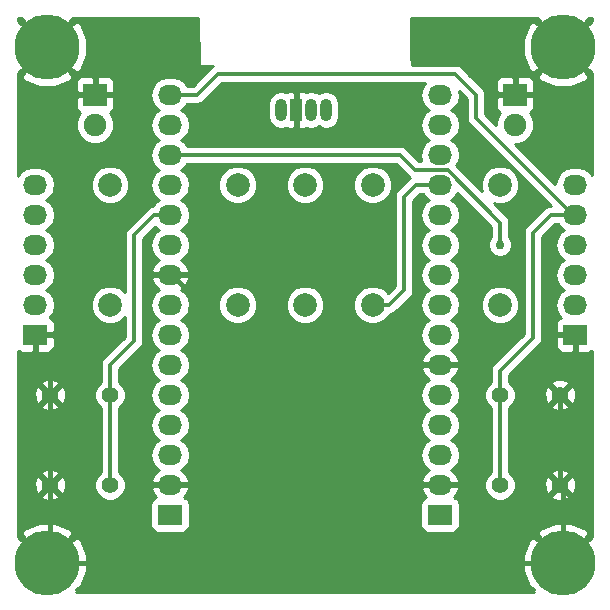
<source format=gbl>
%TF.GenerationSoftware,KiCad,Pcbnew,4.0.1-stable*%
%TF.CreationDate,2016-04-19T20:33:43+01:00*%
%TF.ProjectId,basic,62617369632E6B696361645F70636200,rev?*%
%TF.FileFunction,Copper,L2,Bot,Signal*%
%FSLAX46Y46*%
G04 Gerber Fmt 4.6, Leading zero omitted, Abs format (unit mm)*
G04 Created by KiCad (PCBNEW 4.0.1-stable) date 19/04/2016 20:33:43*
%MOMM*%
G01*
G04 APERTURE LIST*
%ADD10C,0.100000*%
%ADD11C,1.998980*%
%ADD12R,2.000000X1.900000*%
%ADD13C,1.900000*%
%ADD14C,5.500000*%
%ADD15C,1.397000*%
%ADD16R,2.032000X1.727200*%
%ADD17O,2.032000X1.727200*%
%ADD18O,1.000000X1.905000*%
%ADD19R,1.000000X1.905000*%
%ADD20C,0.750000*%
%ADD21C,0.406000*%
%ADD22C,0.305000*%
%ADD23C,0.254000*%
G04 APERTURE END LIST*
D10*
D11*
X151047000Y-86650000D03*
X151047000Y-96810000D03*
D12*
X127552000Y-79030000D03*
D13*
X127552000Y-81570000D03*
D12*
X163112000Y-79030000D03*
D13*
X163112000Y-81570000D03*
D14*
X123483000Y-74981000D03*
X123483000Y-118669000D03*
X167171000Y-74981000D03*
X167171000Y-118669000D03*
D15*
X166922000Y-112050000D03*
X161842000Y-112050000D03*
X166922000Y-104430000D03*
X161842000Y-104430000D03*
X123742000Y-104430000D03*
X128822000Y-104430000D03*
X123742000Y-112050000D03*
X128822000Y-112050000D03*
D16*
X156762000Y-114590000D03*
D17*
X156762000Y-112050000D03*
X156762000Y-109510000D03*
X156762000Y-106970000D03*
X156762000Y-104430000D03*
X156762000Y-101890000D03*
X156762000Y-99350000D03*
X156762000Y-96810000D03*
X156762000Y-94270000D03*
X156762000Y-91730000D03*
X156762000Y-89190000D03*
X156762000Y-86650000D03*
X156762000Y-84110000D03*
X156762000Y-81570000D03*
X156762000Y-79030000D03*
D16*
X133902000Y-114590000D03*
D17*
X133902000Y-112050000D03*
X133902000Y-109510000D03*
X133902000Y-106970000D03*
X133902000Y-104430000D03*
X133902000Y-101890000D03*
X133902000Y-99350000D03*
X133902000Y-96810000D03*
X133902000Y-94270000D03*
X133902000Y-91730000D03*
X133902000Y-89190000D03*
X133902000Y-86650000D03*
X133902000Y-84110000D03*
X133902000Y-81570000D03*
X133902000Y-79030000D03*
D16*
X168192000Y-99350000D03*
D17*
X168192000Y-96810000D03*
X168192000Y-94270000D03*
X168192000Y-91730000D03*
X168192000Y-89190000D03*
X168192000Y-86650000D03*
D16*
X122472000Y-99350000D03*
D17*
X122472000Y-96810000D03*
X122472000Y-94270000D03*
X122472000Y-91730000D03*
X122472000Y-89190000D03*
X122472000Y-86650000D03*
D11*
X128822000Y-86650000D03*
X128822000Y-96810000D03*
X161842000Y-86650000D03*
X161842000Y-96810000D03*
X145332000Y-86650000D03*
X145332000Y-96810000D03*
X139617000Y-86650000D03*
X139617000Y-96810000D03*
D18*
X143300000Y-80300000D03*
D19*
X144570000Y-80300000D03*
D18*
X145840000Y-80300000D03*
X147110000Y-80300000D03*
D20*
X161842000Y-91730000D03*
D21*
X166922000Y-104430000D02*
X168192000Y-103160000D01*
X168192000Y-103160000D02*
X168192000Y-99350000D01*
X166922000Y-112050000D02*
X166922000Y-104430000D01*
X167171000Y-118669000D02*
X167171000Y-112299000D01*
X167171000Y-112299000D02*
X166922000Y-112050000D01*
X156762000Y-112050000D02*
X158794000Y-112050000D01*
X158794000Y-112050000D02*
X161588000Y-114844000D01*
X161588000Y-114844000D02*
X161588000Y-117638000D01*
X161588000Y-117638000D02*
X162619000Y-118669000D01*
X162619000Y-118669000D02*
X167171000Y-118669000D01*
X123742000Y-103160000D02*
X122472000Y-101890000D01*
X122472000Y-101890000D02*
X122472000Y-99350000D01*
X123742000Y-104430000D02*
X123742000Y-103160000D01*
X123742000Y-112050000D02*
X123742000Y-104430000D01*
X123742000Y-112050000D02*
X123742000Y-118410000D01*
X123742000Y-118410000D02*
X123483000Y-118669000D01*
X132480000Y-112050000D02*
X128610999Y-115919001D01*
X128610999Y-115919001D02*
X126232999Y-115919001D01*
X126232999Y-115919001D02*
X123483000Y-118669000D01*
X133902000Y-112050000D02*
X132480000Y-112050000D01*
X123483000Y-118669000D02*
X135157000Y-118669000D01*
X135157000Y-118669000D02*
X138982000Y-114844000D01*
X138982000Y-114844000D02*
X138982000Y-101910000D01*
X138982000Y-101910000D02*
X138977000Y-101905000D01*
X122472000Y-117658000D02*
X123483000Y-118669000D01*
X151677000Y-101905000D02*
X156747000Y-101905000D01*
X156747000Y-101905000D02*
X156762000Y-101890000D01*
X133902000Y-94270000D02*
X134054400Y-94270000D01*
X134054400Y-94270000D02*
X138977000Y-99192600D01*
X138977000Y-99192600D02*
X138977000Y-100491508D01*
X138977000Y-100491508D02*
X138977000Y-101905000D01*
X138977000Y-101905000D02*
X140390492Y-101905000D01*
X140390492Y-101905000D02*
X151677000Y-101905000D01*
X133902000Y-112050000D02*
X133749600Y-112050000D01*
D22*
X151047000Y-96810000D02*
X152460492Y-96810000D01*
X152460492Y-96810000D02*
X153714000Y-95556492D01*
X153714000Y-95556492D02*
X153714000Y-87666000D01*
X154730000Y-86650000D02*
X156762000Y-86650000D01*
X153714000Y-87666000D02*
X154730000Y-86650000D01*
X168039600Y-86650000D02*
X168192000Y-86650000D01*
X130854000Y-90917000D02*
X130854000Y-99858000D01*
X130854000Y-99858000D02*
X128822000Y-101890000D01*
X133902000Y-89190000D02*
X132581000Y-89190000D01*
X132581000Y-89190000D02*
X130854000Y-90917000D01*
X128817000Y-104445000D02*
X128817000Y-112065000D01*
X128817000Y-101905000D02*
X128817000Y-104445000D01*
X133902000Y-84110000D02*
X153333000Y-84110000D01*
X153333000Y-84110000D02*
X154656890Y-85433890D01*
X154656890Y-85433890D02*
X157418129Y-85433890D01*
X157418129Y-85433890D02*
X161842000Y-89857761D01*
X161842000Y-89857761D02*
X161842000Y-91730000D01*
X133902000Y-81570000D02*
X134054400Y-81570000D01*
X133902000Y-79030000D02*
X136188000Y-79030000D01*
X158032000Y-77252000D02*
X159810000Y-79030000D01*
X136188000Y-79030000D02*
X137966000Y-77252000D01*
X137966000Y-77252000D02*
X158032000Y-77252000D01*
X159810000Y-79030000D02*
X159810000Y-80960400D01*
X159810000Y-80960400D02*
X168039600Y-89190000D01*
X168039600Y-89190000D02*
X168192000Y-89190000D01*
X161842000Y-104430000D02*
X161842000Y-102398000D01*
X161842000Y-102398000D02*
X164636000Y-99604000D01*
X164636000Y-90714000D02*
X166160000Y-89190000D01*
X164636000Y-99604000D02*
X164636000Y-90714000D01*
X166160000Y-89190000D02*
X168192000Y-89190000D01*
X161837000Y-104445000D02*
X161837000Y-112065000D01*
D23*
G36*
X121246339Y-72564734D02*
X123483000Y-74801395D01*
X125719661Y-72564734D01*
X125690626Y-72523000D01*
X136260646Y-72523000D01*
X136315012Y-76491740D01*
X136323685Y-76536159D01*
X136350965Y-76578553D01*
X136392590Y-76606994D01*
X136442000Y-76617000D01*
X137526118Y-76617000D01*
X137409153Y-76695153D01*
X137409151Y-76695156D01*
X135861806Y-78242500D01*
X135328273Y-78242500D01*
X135146415Y-77970330D01*
X134660234Y-77645474D01*
X134086745Y-77531400D01*
X133717255Y-77531400D01*
X133143766Y-77645474D01*
X132657585Y-77970330D01*
X132332729Y-78456511D01*
X132218655Y-79030000D01*
X132332729Y-79603489D01*
X132657585Y-80089670D01*
X132972366Y-80300000D01*
X132657585Y-80510330D01*
X132332729Y-80996511D01*
X132218655Y-81570000D01*
X132332729Y-82143489D01*
X132657585Y-82629670D01*
X132972366Y-82840000D01*
X132657585Y-83050330D01*
X132332729Y-83536511D01*
X132218655Y-84110000D01*
X132332729Y-84683489D01*
X132657585Y-85169670D01*
X132972366Y-85380000D01*
X132657585Y-85590330D01*
X132332729Y-86076511D01*
X132218655Y-86650000D01*
X132332729Y-87223489D01*
X132657585Y-87709670D01*
X132972366Y-87920000D01*
X132657585Y-88130330D01*
X132459591Y-88426649D01*
X132324601Y-88453501D01*
X132279637Y-88462445D01*
X132024153Y-88633153D01*
X132024151Y-88633156D01*
X130297153Y-90360153D01*
X130126445Y-90615637D01*
X130066499Y-90917000D01*
X130066500Y-90917005D01*
X130066500Y-95743135D01*
X129749073Y-95425154D01*
X129148547Y-95175794D01*
X128498306Y-95175226D01*
X127897345Y-95423538D01*
X127437154Y-95882927D01*
X127187794Y-96483453D01*
X127187226Y-97133694D01*
X127435538Y-97734655D01*
X127894927Y-98194846D01*
X128495453Y-98444206D01*
X129145694Y-98444774D01*
X129746655Y-98196462D01*
X130066500Y-97877174D01*
X130066500Y-99531806D01*
X128265153Y-101333153D01*
X128094445Y-101588637D01*
X128092316Y-101599340D01*
X128089445Y-101603637D01*
X128029500Y-101905000D01*
X128029500Y-103336908D01*
X127692173Y-103673647D01*
X127488732Y-104163587D01*
X127488269Y-104694086D01*
X127690854Y-105184380D01*
X128029500Y-105523617D01*
X128029500Y-110956908D01*
X127692173Y-111293647D01*
X127488732Y-111783587D01*
X127488269Y-112314086D01*
X127690854Y-112804380D01*
X128065647Y-113179827D01*
X128555587Y-113383268D01*
X129086086Y-113383731D01*
X129576380Y-113181146D01*
X129951827Y-112806353D01*
X130155268Y-112316413D01*
X130155731Y-111785914D01*
X129953146Y-111295620D01*
X129604500Y-110946366D01*
X129604500Y-105533075D01*
X129951827Y-105186353D01*
X130155268Y-104696413D01*
X130155731Y-104165914D01*
X129953146Y-103675620D01*
X129604500Y-103326366D01*
X129604500Y-102221194D01*
X131410847Y-100414847D01*
X131581555Y-100159363D01*
X131641501Y-99858000D01*
X131641500Y-99857995D01*
X131641500Y-96810000D01*
X132218655Y-96810000D01*
X132332729Y-97383489D01*
X132657585Y-97869670D01*
X132972366Y-98080000D01*
X132657585Y-98290330D01*
X132332729Y-98776511D01*
X132218655Y-99350000D01*
X132332729Y-99923489D01*
X132657585Y-100409670D01*
X132972366Y-100620000D01*
X132657585Y-100830330D01*
X132332729Y-101316511D01*
X132218655Y-101890000D01*
X132332729Y-102463489D01*
X132657585Y-102949670D01*
X132972366Y-103160000D01*
X132657585Y-103370330D01*
X132332729Y-103856511D01*
X132218655Y-104430000D01*
X132332729Y-105003489D01*
X132657585Y-105489670D01*
X132972366Y-105700000D01*
X132657585Y-105910330D01*
X132332729Y-106396511D01*
X132218655Y-106970000D01*
X132332729Y-107543489D01*
X132657585Y-108029670D01*
X132972366Y-108240000D01*
X132657585Y-108450330D01*
X132332729Y-108936511D01*
X132218655Y-109510000D01*
X132332729Y-110083489D01*
X132657585Y-110569670D01*
X132967069Y-110776461D01*
X132551268Y-111147964D01*
X132297291Y-111675209D01*
X132294642Y-111690974D01*
X132415783Y-111923000D01*
X133775000Y-111923000D01*
X133775000Y-111903000D01*
X134029000Y-111903000D01*
X134029000Y-111923000D01*
X135388217Y-111923000D01*
X135509358Y-111690974D01*
X135506709Y-111675209D01*
X135252732Y-111147964D01*
X134836931Y-110776461D01*
X135146415Y-110569670D01*
X135471271Y-110083489D01*
X135585345Y-109510000D01*
X135471271Y-108936511D01*
X135146415Y-108450330D01*
X134831634Y-108240000D01*
X135146415Y-108029670D01*
X135471271Y-107543489D01*
X135585345Y-106970000D01*
X135471271Y-106396511D01*
X135146415Y-105910330D01*
X134831634Y-105700000D01*
X135146415Y-105489670D01*
X135471271Y-105003489D01*
X135585345Y-104430000D01*
X155078655Y-104430000D01*
X155192729Y-105003489D01*
X155517585Y-105489670D01*
X155832366Y-105700000D01*
X155517585Y-105910330D01*
X155192729Y-106396511D01*
X155078655Y-106970000D01*
X155192729Y-107543489D01*
X155517585Y-108029670D01*
X155832366Y-108240000D01*
X155517585Y-108450330D01*
X155192729Y-108936511D01*
X155078655Y-109510000D01*
X155192729Y-110083489D01*
X155517585Y-110569670D01*
X155827069Y-110776461D01*
X155411268Y-111147964D01*
X155157291Y-111675209D01*
X155154642Y-111690974D01*
X155275783Y-111923000D01*
X156635000Y-111923000D01*
X156635000Y-111903000D01*
X156889000Y-111903000D01*
X156889000Y-111923000D01*
X158248217Y-111923000D01*
X158369358Y-111690974D01*
X158366709Y-111675209D01*
X158112732Y-111147964D01*
X157696931Y-110776461D01*
X158006415Y-110569670D01*
X158331271Y-110083489D01*
X158445345Y-109510000D01*
X158331271Y-108936511D01*
X158006415Y-108450330D01*
X157691634Y-108240000D01*
X158006415Y-108029670D01*
X158331271Y-107543489D01*
X158445345Y-106970000D01*
X158331271Y-106396511D01*
X158006415Y-105910330D01*
X157691634Y-105700000D01*
X158006415Y-105489670D01*
X158331271Y-105003489D01*
X158445345Y-104430000D01*
X158331271Y-103856511D01*
X158006415Y-103370330D01*
X157696931Y-103163539D01*
X158112732Y-102792036D01*
X158366709Y-102264791D01*
X158369358Y-102249026D01*
X158248217Y-102017000D01*
X156889000Y-102017000D01*
X156889000Y-102037000D01*
X156635000Y-102037000D01*
X156635000Y-102017000D01*
X155275783Y-102017000D01*
X155154642Y-102249026D01*
X155157291Y-102264791D01*
X155411268Y-102792036D01*
X155827069Y-103163539D01*
X155517585Y-103370330D01*
X155192729Y-103856511D01*
X155078655Y-104430000D01*
X135585345Y-104430000D01*
X135471271Y-103856511D01*
X135146415Y-103370330D01*
X134831634Y-103160000D01*
X135146415Y-102949670D01*
X135471271Y-102463489D01*
X135585345Y-101890000D01*
X135471271Y-101316511D01*
X135146415Y-100830330D01*
X134831634Y-100620000D01*
X135146415Y-100409670D01*
X135471271Y-99923489D01*
X135585345Y-99350000D01*
X135471271Y-98776511D01*
X135146415Y-98290330D01*
X134831634Y-98080000D01*
X135146415Y-97869670D01*
X135471271Y-97383489D01*
X135520958Y-97133694D01*
X137982226Y-97133694D01*
X138230538Y-97734655D01*
X138689927Y-98194846D01*
X139290453Y-98444206D01*
X139940694Y-98444774D01*
X140541655Y-98196462D01*
X141001846Y-97737073D01*
X141251206Y-97136547D01*
X141251208Y-97133694D01*
X143697226Y-97133694D01*
X143945538Y-97734655D01*
X144404927Y-98194846D01*
X145005453Y-98444206D01*
X145655694Y-98444774D01*
X146256655Y-98196462D01*
X146716846Y-97737073D01*
X146966206Y-97136547D01*
X146966774Y-96486306D01*
X146718462Y-95885345D01*
X146259073Y-95425154D01*
X145658547Y-95175794D01*
X145008306Y-95175226D01*
X144407345Y-95423538D01*
X143947154Y-95882927D01*
X143697794Y-96483453D01*
X143697226Y-97133694D01*
X141251208Y-97133694D01*
X141251774Y-96486306D01*
X141003462Y-95885345D01*
X140544073Y-95425154D01*
X139943547Y-95175794D01*
X139293306Y-95175226D01*
X138692345Y-95423538D01*
X138232154Y-95882927D01*
X137982794Y-96483453D01*
X137982226Y-97133694D01*
X135520958Y-97133694D01*
X135585345Y-96810000D01*
X135471271Y-96236511D01*
X135146415Y-95750330D01*
X134836931Y-95543539D01*
X135252732Y-95172036D01*
X135506709Y-94644791D01*
X135509358Y-94629026D01*
X135388217Y-94397000D01*
X134029000Y-94397000D01*
X134029000Y-94417000D01*
X133775000Y-94417000D01*
X133775000Y-94397000D01*
X132415783Y-94397000D01*
X132294642Y-94629026D01*
X132297291Y-94644791D01*
X132551268Y-95172036D01*
X132967069Y-95543539D01*
X132657585Y-95750330D01*
X132332729Y-96236511D01*
X132218655Y-96810000D01*
X131641500Y-96810000D01*
X131641500Y-91243194D01*
X132648548Y-90236145D01*
X132657585Y-90249670D01*
X132972366Y-90460000D01*
X132657585Y-90670330D01*
X132332729Y-91156511D01*
X132218655Y-91730000D01*
X132332729Y-92303489D01*
X132657585Y-92789670D01*
X132967069Y-92996461D01*
X132551268Y-93367964D01*
X132297291Y-93895209D01*
X132294642Y-93910974D01*
X132415783Y-94143000D01*
X133775000Y-94143000D01*
X133775000Y-94123000D01*
X134029000Y-94123000D01*
X134029000Y-94143000D01*
X135388217Y-94143000D01*
X135509358Y-93910974D01*
X135506709Y-93895209D01*
X135252732Y-93367964D01*
X134836931Y-92996461D01*
X135146415Y-92789670D01*
X135471271Y-92303489D01*
X135585345Y-91730000D01*
X135471271Y-91156511D01*
X135146415Y-90670330D01*
X134831634Y-90460000D01*
X135146415Y-90249670D01*
X135471271Y-89763489D01*
X135585345Y-89190000D01*
X135471271Y-88616511D01*
X135146415Y-88130330D01*
X134831634Y-87920000D01*
X135146415Y-87709670D01*
X135471271Y-87223489D01*
X135520958Y-86973694D01*
X137982226Y-86973694D01*
X138230538Y-87574655D01*
X138689927Y-88034846D01*
X139290453Y-88284206D01*
X139940694Y-88284774D01*
X140541655Y-88036462D01*
X141001846Y-87577073D01*
X141251206Y-86976547D01*
X141251208Y-86973694D01*
X143697226Y-86973694D01*
X143945538Y-87574655D01*
X144404927Y-88034846D01*
X145005453Y-88284206D01*
X145655694Y-88284774D01*
X146256655Y-88036462D01*
X146716846Y-87577073D01*
X146966206Y-86976547D01*
X146966208Y-86973694D01*
X149412226Y-86973694D01*
X149660538Y-87574655D01*
X150119927Y-88034846D01*
X150720453Y-88284206D01*
X151370694Y-88284774D01*
X151971655Y-88036462D01*
X152431846Y-87577073D01*
X152681206Y-86976547D01*
X152681774Y-86326306D01*
X152433462Y-85725345D01*
X151974073Y-85265154D01*
X151373547Y-85015794D01*
X150723306Y-85015226D01*
X150122345Y-85263538D01*
X149662154Y-85722927D01*
X149412794Y-86323453D01*
X149412226Y-86973694D01*
X146966208Y-86973694D01*
X146966774Y-86326306D01*
X146718462Y-85725345D01*
X146259073Y-85265154D01*
X145658547Y-85015794D01*
X145008306Y-85015226D01*
X144407345Y-85263538D01*
X143947154Y-85722927D01*
X143697794Y-86323453D01*
X143697226Y-86973694D01*
X141251208Y-86973694D01*
X141251774Y-86326306D01*
X141003462Y-85725345D01*
X140544073Y-85265154D01*
X139943547Y-85015794D01*
X139293306Y-85015226D01*
X138692345Y-85263538D01*
X138232154Y-85722927D01*
X137982794Y-86323453D01*
X137982226Y-86973694D01*
X135520958Y-86973694D01*
X135585345Y-86650000D01*
X135471271Y-86076511D01*
X135146415Y-85590330D01*
X134831634Y-85380000D01*
X135146415Y-85169670D01*
X135328273Y-84897500D01*
X153006806Y-84897500D01*
X154100041Y-85990734D01*
X154100043Y-85990737D01*
X154213237Y-86066370D01*
X154173153Y-86093153D01*
X153157153Y-87109153D01*
X152986445Y-87364637D01*
X152926499Y-87666000D01*
X152926500Y-87666005D01*
X152926500Y-95230298D01*
X152352528Y-95804270D01*
X151974073Y-95425154D01*
X151373547Y-95175794D01*
X150723306Y-95175226D01*
X150122345Y-95423538D01*
X149662154Y-95882927D01*
X149412794Y-96483453D01*
X149412226Y-97133694D01*
X149660538Y-97734655D01*
X150119927Y-98194846D01*
X150720453Y-98444206D01*
X151370694Y-98444774D01*
X151971655Y-98196462D01*
X152431846Y-97737073D01*
X152492440Y-97591146D01*
X152761855Y-97537555D01*
X153017339Y-97366847D01*
X154270847Y-96113339D01*
X154441555Y-95857855D01*
X154501501Y-95556492D01*
X154501500Y-95556487D01*
X154501500Y-87992194D01*
X155056194Y-87437500D01*
X155335727Y-87437500D01*
X155517585Y-87709670D01*
X155832366Y-87920000D01*
X155517585Y-88130330D01*
X155192729Y-88616511D01*
X155078655Y-89190000D01*
X155192729Y-89763489D01*
X155517585Y-90249670D01*
X155832366Y-90460000D01*
X155517585Y-90670330D01*
X155192729Y-91156511D01*
X155078655Y-91730000D01*
X155192729Y-92303489D01*
X155517585Y-92789670D01*
X155832366Y-93000000D01*
X155517585Y-93210330D01*
X155192729Y-93696511D01*
X155078655Y-94270000D01*
X155192729Y-94843489D01*
X155517585Y-95329670D01*
X155832366Y-95540000D01*
X155517585Y-95750330D01*
X155192729Y-96236511D01*
X155078655Y-96810000D01*
X155192729Y-97383489D01*
X155517585Y-97869670D01*
X155832366Y-98080000D01*
X155517585Y-98290330D01*
X155192729Y-98776511D01*
X155078655Y-99350000D01*
X155192729Y-99923489D01*
X155517585Y-100409670D01*
X155827069Y-100616461D01*
X155411268Y-100987964D01*
X155157291Y-101515209D01*
X155154642Y-101530974D01*
X155275783Y-101763000D01*
X156635000Y-101763000D01*
X156635000Y-101743000D01*
X156889000Y-101743000D01*
X156889000Y-101763000D01*
X158248217Y-101763000D01*
X158369358Y-101530974D01*
X158366709Y-101515209D01*
X158112732Y-100987964D01*
X157696931Y-100616461D01*
X158006415Y-100409670D01*
X158331271Y-99923489D01*
X158445345Y-99350000D01*
X158331271Y-98776511D01*
X158006415Y-98290330D01*
X157691634Y-98080000D01*
X158006415Y-97869670D01*
X158331271Y-97383489D01*
X158380958Y-97133694D01*
X160207226Y-97133694D01*
X160455538Y-97734655D01*
X160914927Y-98194846D01*
X161515453Y-98444206D01*
X162165694Y-98444774D01*
X162766655Y-98196462D01*
X163226846Y-97737073D01*
X163476206Y-97136547D01*
X163476774Y-96486306D01*
X163228462Y-95885345D01*
X162769073Y-95425154D01*
X162168547Y-95175794D01*
X161518306Y-95175226D01*
X160917345Y-95423538D01*
X160457154Y-95882927D01*
X160207794Y-96483453D01*
X160207226Y-97133694D01*
X158380958Y-97133694D01*
X158445345Y-96810000D01*
X158331271Y-96236511D01*
X158006415Y-95750330D01*
X157691634Y-95540000D01*
X158006415Y-95329670D01*
X158331271Y-94843489D01*
X158445345Y-94270000D01*
X158331271Y-93696511D01*
X158006415Y-93210330D01*
X157691634Y-93000000D01*
X158006415Y-92789670D01*
X158331271Y-92303489D01*
X158445345Y-91730000D01*
X158331271Y-91156511D01*
X158006415Y-90670330D01*
X157691634Y-90460000D01*
X158006415Y-90249670D01*
X158331271Y-89763489D01*
X158445345Y-89190000D01*
X158331271Y-88616511D01*
X158006415Y-88130330D01*
X157691634Y-87920000D01*
X158006415Y-87709670D01*
X158236247Y-87365702D01*
X161054500Y-90183954D01*
X161054500Y-91089016D01*
X160986263Y-91157134D01*
X160832176Y-91528217D01*
X160831825Y-91930020D01*
X160985264Y-92301372D01*
X161269134Y-92585737D01*
X161640217Y-92739824D01*
X162042020Y-92740175D01*
X162413372Y-92586736D01*
X162697737Y-92302866D01*
X162851824Y-91931783D01*
X162852175Y-91529980D01*
X162698736Y-91158628D01*
X162629500Y-91089271D01*
X162629500Y-89857761D01*
X162569555Y-89556398D01*
X162569555Y-89556397D01*
X162501179Y-89454065D01*
X162398847Y-89300914D01*
X162398844Y-89300912D01*
X161287473Y-88189540D01*
X161515453Y-88284206D01*
X162165694Y-88284774D01*
X162766655Y-88036462D01*
X163226846Y-87577073D01*
X163476206Y-86976547D01*
X163476774Y-86326306D01*
X163228462Y-85725345D01*
X162769073Y-85265154D01*
X162168547Y-85015794D01*
X161518306Y-85015226D01*
X160917345Y-85263538D01*
X160457154Y-85722927D01*
X160207794Y-86323453D01*
X160207226Y-86973694D01*
X160302706Y-87204774D01*
X158111032Y-85013099D01*
X158331271Y-84683489D01*
X158445345Y-84110000D01*
X158331271Y-83536511D01*
X158006415Y-83050330D01*
X157691634Y-82840000D01*
X158006415Y-82629670D01*
X158331271Y-82143489D01*
X158445345Y-81570000D01*
X158331271Y-80996511D01*
X158006415Y-80510330D01*
X157691634Y-80300000D01*
X158006415Y-80089670D01*
X158331271Y-79603489D01*
X158445345Y-79030000D01*
X158383031Y-78716724D01*
X159022500Y-79356193D01*
X159022500Y-80960395D01*
X159022499Y-80960400D01*
X159082445Y-81261763D01*
X159253153Y-81517247D01*
X166141989Y-88406083D01*
X165858636Y-88462445D01*
X165756304Y-88530821D01*
X165603153Y-88633153D01*
X165603151Y-88633156D01*
X164079153Y-90157153D01*
X163908445Y-90412637D01*
X163848499Y-90714000D01*
X163848500Y-90714005D01*
X163848500Y-99277807D01*
X161285153Y-101841153D01*
X161114445Y-102096637D01*
X161054499Y-102398000D01*
X161054500Y-102398005D01*
X161054500Y-103331916D01*
X160712173Y-103673647D01*
X160508732Y-104163587D01*
X160508269Y-104694086D01*
X160710854Y-105184380D01*
X161049500Y-105523617D01*
X161049500Y-110956908D01*
X160712173Y-111293647D01*
X160508732Y-111783587D01*
X160508269Y-112314086D01*
X160710854Y-112804380D01*
X161085647Y-113179827D01*
X161575587Y-113383268D01*
X162106086Y-113383731D01*
X162596380Y-113181146D01*
X162793681Y-112984188D01*
X166167417Y-112984188D01*
X166229071Y-113219800D01*
X166729480Y-113395927D01*
X167259199Y-113367148D01*
X167614929Y-113219800D01*
X167676583Y-112984188D01*
X166922000Y-112229605D01*
X166167417Y-112984188D01*
X162793681Y-112984188D01*
X162971827Y-112806353D01*
X163175268Y-112316413D01*
X163175668Y-111857480D01*
X165576073Y-111857480D01*
X165604852Y-112387199D01*
X165752200Y-112742929D01*
X165987812Y-112804583D01*
X166742395Y-112050000D01*
X167101605Y-112050000D01*
X167856188Y-112804583D01*
X168091800Y-112742929D01*
X168267927Y-112242520D01*
X168239148Y-111712801D01*
X168091800Y-111357071D01*
X167856188Y-111295417D01*
X167101605Y-112050000D01*
X166742395Y-112050000D01*
X165987812Y-111295417D01*
X165752200Y-111357071D01*
X165576073Y-111857480D01*
X163175668Y-111857480D01*
X163175731Y-111785914D01*
X162973146Y-111295620D01*
X162793652Y-111115812D01*
X166167417Y-111115812D01*
X166922000Y-111870395D01*
X167676583Y-111115812D01*
X167614929Y-110880200D01*
X167114520Y-110704073D01*
X166584801Y-110732852D01*
X166229071Y-110880200D01*
X166167417Y-111115812D01*
X162793652Y-111115812D01*
X162624500Y-110946366D01*
X162624500Y-105533075D01*
X162793681Y-105364188D01*
X166167417Y-105364188D01*
X166229071Y-105599800D01*
X166729480Y-105775927D01*
X167259199Y-105747148D01*
X167614929Y-105599800D01*
X167676583Y-105364188D01*
X166922000Y-104609605D01*
X166167417Y-105364188D01*
X162793681Y-105364188D01*
X162971827Y-105186353D01*
X163175268Y-104696413D01*
X163175668Y-104237480D01*
X165576073Y-104237480D01*
X165604852Y-104767199D01*
X165752200Y-105122929D01*
X165987812Y-105184583D01*
X166742395Y-104430000D01*
X167101605Y-104430000D01*
X167856188Y-105184583D01*
X168091800Y-105122929D01*
X168267927Y-104622520D01*
X168239148Y-104092801D01*
X168091800Y-103737071D01*
X167856188Y-103675417D01*
X167101605Y-104430000D01*
X166742395Y-104430000D01*
X165987812Y-103675417D01*
X165752200Y-103737071D01*
X165576073Y-104237480D01*
X163175668Y-104237480D01*
X163175731Y-104165914D01*
X162973146Y-103675620D01*
X162793652Y-103495812D01*
X166167417Y-103495812D01*
X166922000Y-104250395D01*
X167676583Y-103495812D01*
X167614929Y-103260200D01*
X167114520Y-103084073D01*
X166584801Y-103112852D01*
X166229071Y-103260200D01*
X166167417Y-103495812D01*
X162793652Y-103495812D01*
X162629500Y-103331374D01*
X162629500Y-102724194D01*
X165192844Y-100160849D01*
X165192847Y-100160847D01*
X165363555Y-99905363D01*
X165417185Y-99635750D01*
X166541000Y-99635750D01*
X166541000Y-100339909D01*
X166637673Y-100573298D01*
X166816301Y-100751927D01*
X167049690Y-100848600D01*
X167906250Y-100848600D01*
X168065000Y-100689850D01*
X168065000Y-99477000D01*
X166699750Y-99477000D01*
X166541000Y-99635750D01*
X165417185Y-99635750D01*
X165423501Y-99604000D01*
X165423500Y-99603995D01*
X165423500Y-91040194D01*
X166486193Y-89977500D01*
X166765727Y-89977500D01*
X166947585Y-90249670D01*
X167262366Y-90460000D01*
X166947585Y-90670330D01*
X166622729Y-91156511D01*
X166508655Y-91730000D01*
X166622729Y-92303489D01*
X166947585Y-92789670D01*
X167262366Y-93000000D01*
X166947585Y-93210330D01*
X166622729Y-93696511D01*
X166508655Y-94270000D01*
X166622729Y-94843489D01*
X166947585Y-95329670D01*
X167262366Y-95540000D01*
X166947585Y-95750330D01*
X166622729Y-96236511D01*
X166508655Y-96810000D01*
X166622729Y-97383489D01*
X166947585Y-97869670D01*
X166969780Y-97884500D01*
X166816301Y-97948073D01*
X166637673Y-98126702D01*
X166541000Y-98360091D01*
X166541000Y-99064250D01*
X166699750Y-99223000D01*
X168065000Y-99223000D01*
X168065000Y-99203000D01*
X168319000Y-99203000D01*
X168319000Y-99223000D01*
X168339000Y-99223000D01*
X168339000Y-99477000D01*
X168319000Y-99477000D01*
X168319000Y-100689850D01*
X168477750Y-100848600D01*
X169334310Y-100848600D01*
X169567699Y-100751927D01*
X169617000Y-100702626D01*
X169617000Y-116453026D01*
X169587266Y-116432339D01*
X167350605Y-118669000D01*
X167364748Y-118683143D01*
X167185143Y-118862748D01*
X167171000Y-118848605D01*
X167156858Y-118862748D01*
X166977253Y-118683143D01*
X166991395Y-118669000D01*
X164754734Y-116432339D01*
X164306068Y-116744487D01*
X163787669Y-117987343D01*
X163784352Y-119333976D01*
X164296620Y-120579371D01*
X164306068Y-120593513D01*
X164754732Y-120905660D01*
X164642506Y-121017886D01*
X164727620Y-121103000D01*
X125926380Y-121103000D01*
X126011494Y-121017886D01*
X125899268Y-120905660D01*
X126347932Y-120593513D01*
X126866331Y-119350657D01*
X126869648Y-118004024D01*
X126357380Y-116758629D01*
X126347932Y-116744487D01*
X125899266Y-116432339D01*
X123662605Y-118669000D01*
X123676748Y-118683143D01*
X123497143Y-118862748D01*
X123483000Y-118848605D01*
X123468858Y-118862748D01*
X123289253Y-118683143D01*
X123303395Y-118669000D01*
X121066734Y-116432339D01*
X121037000Y-116453026D01*
X121037000Y-116252734D01*
X121246339Y-116252734D01*
X123483000Y-118489395D01*
X125719661Y-116252734D01*
X164934339Y-116252734D01*
X167171000Y-118489395D01*
X169407661Y-116252734D01*
X169095513Y-115804068D01*
X167852657Y-115285669D01*
X166506024Y-115282352D01*
X165260629Y-115794620D01*
X165246487Y-115804068D01*
X164934339Y-116252734D01*
X125719661Y-116252734D01*
X125407513Y-115804068D01*
X124164657Y-115285669D01*
X122818024Y-115282352D01*
X121572629Y-115794620D01*
X121558487Y-115804068D01*
X121246339Y-116252734D01*
X121037000Y-116252734D01*
X121037000Y-113726400D01*
X132238560Y-113726400D01*
X132238560Y-115453600D01*
X132282838Y-115688917D01*
X132421910Y-115905041D01*
X132634110Y-116050031D01*
X132886000Y-116101040D01*
X134918000Y-116101040D01*
X135153317Y-116056762D01*
X135369441Y-115917690D01*
X135514431Y-115705490D01*
X135565440Y-115453600D01*
X135565440Y-113726400D01*
X155098560Y-113726400D01*
X155098560Y-115453600D01*
X155142838Y-115688917D01*
X155281910Y-115905041D01*
X155494110Y-116050031D01*
X155746000Y-116101040D01*
X157778000Y-116101040D01*
X158013317Y-116056762D01*
X158229441Y-115917690D01*
X158374431Y-115705490D01*
X158425440Y-115453600D01*
X158425440Y-113726400D01*
X158381162Y-113491083D01*
X158242090Y-113274959D01*
X158029890Y-113129969D01*
X157935073Y-113110768D01*
X158112732Y-112952036D01*
X158366709Y-112424791D01*
X158369358Y-112409026D01*
X158248217Y-112177000D01*
X156889000Y-112177000D01*
X156889000Y-112197000D01*
X156635000Y-112197000D01*
X156635000Y-112177000D01*
X155275783Y-112177000D01*
X155154642Y-112409026D01*
X155157291Y-112424791D01*
X155411268Y-112952036D01*
X155586845Y-113108907D01*
X155510683Y-113123238D01*
X155294559Y-113262310D01*
X155149569Y-113474510D01*
X155098560Y-113726400D01*
X135565440Y-113726400D01*
X135521162Y-113491083D01*
X135382090Y-113274959D01*
X135169890Y-113129969D01*
X135075073Y-113110768D01*
X135252732Y-112952036D01*
X135506709Y-112424791D01*
X135509358Y-112409026D01*
X135388217Y-112177000D01*
X134029000Y-112177000D01*
X134029000Y-112197000D01*
X133775000Y-112197000D01*
X133775000Y-112177000D01*
X132415783Y-112177000D01*
X132294642Y-112409026D01*
X132297291Y-112424791D01*
X132551268Y-112952036D01*
X132726845Y-113108907D01*
X132650683Y-113123238D01*
X132434559Y-113262310D01*
X132289569Y-113474510D01*
X132238560Y-113726400D01*
X121037000Y-113726400D01*
X121037000Y-112984188D01*
X122987417Y-112984188D01*
X123049071Y-113219800D01*
X123549480Y-113395927D01*
X124079199Y-113367148D01*
X124434929Y-113219800D01*
X124496583Y-112984188D01*
X123742000Y-112229605D01*
X122987417Y-112984188D01*
X121037000Y-112984188D01*
X121037000Y-111857480D01*
X122396073Y-111857480D01*
X122424852Y-112387199D01*
X122572200Y-112742929D01*
X122807812Y-112804583D01*
X123562395Y-112050000D01*
X123921605Y-112050000D01*
X124676188Y-112804583D01*
X124911800Y-112742929D01*
X125087927Y-112242520D01*
X125059148Y-111712801D01*
X124911800Y-111357071D01*
X124676188Y-111295417D01*
X123921605Y-112050000D01*
X123562395Y-112050000D01*
X122807812Y-111295417D01*
X122572200Y-111357071D01*
X122396073Y-111857480D01*
X121037000Y-111857480D01*
X121037000Y-111115812D01*
X122987417Y-111115812D01*
X123742000Y-111870395D01*
X124496583Y-111115812D01*
X124434929Y-110880200D01*
X123934520Y-110704073D01*
X123404801Y-110732852D01*
X123049071Y-110880200D01*
X122987417Y-111115812D01*
X121037000Y-111115812D01*
X121037000Y-105364188D01*
X122987417Y-105364188D01*
X123049071Y-105599800D01*
X123549480Y-105775927D01*
X124079199Y-105747148D01*
X124434929Y-105599800D01*
X124496583Y-105364188D01*
X123742000Y-104609605D01*
X122987417Y-105364188D01*
X121037000Y-105364188D01*
X121037000Y-104237480D01*
X122396073Y-104237480D01*
X122424852Y-104767199D01*
X122572200Y-105122929D01*
X122807812Y-105184583D01*
X123562395Y-104430000D01*
X123921605Y-104430000D01*
X124676188Y-105184583D01*
X124911800Y-105122929D01*
X125087927Y-104622520D01*
X125059148Y-104092801D01*
X124911800Y-103737071D01*
X124676188Y-103675417D01*
X123921605Y-104430000D01*
X123562395Y-104430000D01*
X122807812Y-103675417D01*
X122572200Y-103737071D01*
X122396073Y-104237480D01*
X121037000Y-104237480D01*
X121037000Y-103495812D01*
X122987417Y-103495812D01*
X123742000Y-104250395D01*
X124496583Y-103495812D01*
X124434929Y-103260200D01*
X123934520Y-103084073D01*
X123404801Y-103112852D01*
X123049071Y-103260200D01*
X122987417Y-103495812D01*
X121037000Y-103495812D01*
X121037000Y-100692626D01*
X121096301Y-100751927D01*
X121329690Y-100848600D01*
X122186250Y-100848600D01*
X122345000Y-100689850D01*
X122345000Y-99477000D01*
X122599000Y-99477000D01*
X122599000Y-100689850D01*
X122757750Y-100848600D01*
X123614310Y-100848600D01*
X123847699Y-100751927D01*
X124026327Y-100573298D01*
X124123000Y-100339909D01*
X124123000Y-99635750D01*
X123964250Y-99477000D01*
X122599000Y-99477000D01*
X122345000Y-99477000D01*
X122325000Y-99477000D01*
X122325000Y-99223000D01*
X122345000Y-99223000D01*
X122345000Y-99203000D01*
X122599000Y-99203000D01*
X122599000Y-99223000D01*
X123964250Y-99223000D01*
X124123000Y-99064250D01*
X124123000Y-98360091D01*
X124026327Y-98126702D01*
X123847699Y-97948073D01*
X123694220Y-97884500D01*
X123716415Y-97869670D01*
X124041271Y-97383489D01*
X124155345Y-96810000D01*
X124041271Y-96236511D01*
X123716415Y-95750330D01*
X123401634Y-95540000D01*
X123716415Y-95329670D01*
X124041271Y-94843489D01*
X124155345Y-94270000D01*
X124041271Y-93696511D01*
X123716415Y-93210330D01*
X123401634Y-93000000D01*
X123716415Y-92789670D01*
X124041271Y-92303489D01*
X124155345Y-91730000D01*
X124041271Y-91156511D01*
X123716415Y-90670330D01*
X123401634Y-90460000D01*
X123716415Y-90249670D01*
X124041271Y-89763489D01*
X124155345Y-89190000D01*
X124041271Y-88616511D01*
X123716415Y-88130330D01*
X123401634Y-87920000D01*
X123716415Y-87709670D01*
X124041271Y-87223489D01*
X124090958Y-86973694D01*
X127187226Y-86973694D01*
X127435538Y-87574655D01*
X127894927Y-88034846D01*
X128495453Y-88284206D01*
X129145694Y-88284774D01*
X129746655Y-88036462D01*
X130206846Y-87577073D01*
X130456206Y-86976547D01*
X130456774Y-86326306D01*
X130208462Y-85725345D01*
X129749073Y-85265154D01*
X129148547Y-85015794D01*
X128498306Y-85015226D01*
X127897345Y-85263538D01*
X127437154Y-85722927D01*
X127187794Y-86323453D01*
X127187226Y-86973694D01*
X124090958Y-86973694D01*
X124155345Y-86650000D01*
X124041271Y-86076511D01*
X123716415Y-85590330D01*
X123230234Y-85265474D01*
X122656745Y-85151400D01*
X122287255Y-85151400D01*
X121713766Y-85265474D01*
X121227585Y-85590330D01*
X121037000Y-85875560D01*
X121037000Y-79315750D01*
X125917000Y-79315750D01*
X125917000Y-80106310D01*
X126013673Y-80339699D01*
X126192302Y-80518327D01*
X126312251Y-80568012D01*
X126209086Y-80670997D01*
X125967276Y-81253341D01*
X125966725Y-81883893D01*
X126207519Y-82466657D01*
X126652997Y-82912914D01*
X127235341Y-83154724D01*
X127865893Y-83155275D01*
X128448657Y-82914481D01*
X128894914Y-82469003D01*
X129136724Y-81886659D01*
X129137275Y-81256107D01*
X128896481Y-80673343D01*
X128791455Y-80568133D01*
X128911698Y-80518327D01*
X129090327Y-80339699D01*
X129187000Y-80106310D01*
X129187000Y-79315750D01*
X129028250Y-79157000D01*
X127679000Y-79157000D01*
X127679000Y-79177000D01*
X127425000Y-79177000D01*
X127425000Y-79157000D01*
X126075750Y-79157000D01*
X125917000Y-79315750D01*
X121037000Y-79315750D01*
X121037000Y-77397266D01*
X121246339Y-77397266D01*
X121558487Y-77845932D01*
X122801343Y-78364331D01*
X124147976Y-78367648D01*
X125154365Y-77953690D01*
X125917000Y-77953690D01*
X125917000Y-78744250D01*
X126075750Y-78903000D01*
X127425000Y-78903000D01*
X127425000Y-77603750D01*
X127679000Y-77603750D01*
X127679000Y-78903000D01*
X129028250Y-78903000D01*
X129187000Y-78744250D01*
X129187000Y-77953690D01*
X129090327Y-77720301D01*
X128911698Y-77541673D01*
X128678309Y-77445000D01*
X127837750Y-77445000D01*
X127679000Y-77603750D01*
X127425000Y-77603750D01*
X127266250Y-77445000D01*
X126425691Y-77445000D01*
X126192302Y-77541673D01*
X126013673Y-77720301D01*
X125917000Y-77953690D01*
X125154365Y-77953690D01*
X125393371Y-77855380D01*
X125407513Y-77845932D01*
X125719661Y-77397266D01*
X123483000Y-75160605D01*
X121246339Y-77397266D01*
X121037000Y-77397266D01*
X121037000Y-77196974D01*
X121066734Y-77217661D01*
X123303395Y-74981000D01*
X123662605Y-74981000D01*
X125899266Y-77217661D01*
X126347932Y-76905513D01*
X126866331Y-75662657D01*
X126869648Y-74316024D01*
X126357380Y-73070629D01*
X126347932Y-73056487D01*
X125899266Y-72744339D01*
X123662605Y-74981000D01*
X123303395Y-74981000D01*
X121066734Y-72744339D01*
X121037000Y-72765026D01*
X121037000Y-72523000D01*
X121275374Y-72523000D01*
X121246339Y-72564734D01*
X121246339Y-72564734D01*
G37*
X121246339Y-72564734D02*
X123483000Y-74801395D01*
X125719661Y-72564734D01*
X125690626Y-72523000D01*
X136260646Y-72523000D01*
X136315012Y-76491740D01*
X136323685Y-76536159D01*
X136350965Y-76578553D01*
X136392590Y-76606994D01*
X136442000Y-76617000D01*
X137526118Y-76617000D01*
X137409153Y-76695153D01*
X137409151Y-76695156D01*
X135861806Y-78242500D01*
X135328273Y-78242500D01*
X135146415Y-77970330D01*
X134660234Y-77645474D01*
X134086745Y-77531400D01*
X133717255Y-77531400D01*
X133143766Y-77645474D01*
X132657585Y-77970330D01*
X132332729Y-78456511D01*
X132218655Y-79030000D01*
X132332729Y-79603489D01*
X132657585Y-80089670D01*
X132972366Y-80300000D01*
X132657585Y-80510330D01*
X132332729Y-80996511D01*
X132218655Y-81570000D01*
X132332729Y-82143489D01*
X132657585Y-82629670D01*
X132972366Y-82840000D01*
X132657585Y-83050330D01*
X132332729Y-83536511D01*
X132218655Y-84110000D01*
X132332729Y-84683489D01*
X132657585Y-85169670D01*
X132972366Y-85380000D01*
X132657585Y-85590330D01*
X132332729Y-86076511D01*
X132218655Y-86650000D01*
X132332729Y-87223489D01*
X132657585Y-87709670D01*
X132972366Y-87920000D01*
X132657585Y-88130330D01*
X132459591Y-88426649D01*
X132324601Y-88453501D01*
X132279637Y-88462445D01*
X132024153Y-88633153D01*
X132024151Y-88633156D01*
X130297153Y-90360153D01*
X130126445Y-90615637D01*
X130066499Y-90917000D01*
X130066500Y-90917005D01*
X130066500Y-95743135D01*
X129749073Y-95425154D01*
X129148547Y-95175794D01*
X128498306Y-95175226D01*
X127897345Y-95423538D01*
X127437154Y-95882927D01*
X127187794Y-96483453D01*
X127187226Y-97133694D01*
X127435538Y-97734655D01*
X127894927Y-98194846D01*
X128495453Y-98444206D01*
X129145694Y-98444774D01*
X129746655Y-98196462D01*
X130066500Y-97877174D01*
X130066500Y-99531806D01*
X128265153Y-101333153D01*
X128094445Y-101588637D01*
X128092316Y-101599340D01*
X128089445Y-101603637D01*
X128029500Y-101905000D01*
X128029500Y-103336908D01*
X127692173Y-103673647D01*
X127488732Y-104163587D01*
X127488269Y-104694086D01*
X127690854Y-105184380D01*
X128029500Y-105523617D01*
X128029500Y-110956908D01*
X127692173Y-111293647D01*
X127488732Y-111783587D01*
X127488269Y-112314086D01*
X127690854Y-112804380D01*
X128065647Y-113179827D01*
X128555587Y-113383268D01*
X129086086Y-113383731D01*
X129576380Y-113181146D01*
X129951827Y-112806353D01*
X130155268Y-112316413D01*
X130155731Y-111785914D01*
X129953146Y-111295620D01*
X129604500Y-110946366D01*
X129604500Y-105533075D01*
X129951827Y-105186353D01*
X130155268Y-104696413D01*
X130155731Y-104165914D01*
X129953146Y-103675620D01*
X129604500Y-103326366D01*
X129604500Y-102221194D01*
X131410847Y-100414847D01*
X131581555Y-100159363D01*
X131641501Y-99858000D01*
X131641500Y-99857995D01*
X131641500Y-96810000D01*
X132218655Y-96810000D01*
X132332729Y-97383489D01*
X132657585Y-97869670D01*
X132972366Y-98080000D01*
X132657585Y-98290330D01*
X132332729Y-98776511D01*
X132218655Y-99350000D01*
X132332729Y-99923489D01*
X132657585Y-100409670D01*
X132972366Y-100620000D01*
X132657585Y-100830330D01*
X132332729Y-101316511D01*
X132218655Y-101890000D01*
X132332729Y-102463489D01*
X132657585Y-102949670D01*
X132972366Y-103160000D01*
X132657585Y-103370330D01*
X132332729Y-103856511D01*
X132218655Y-104430000D01*
X132332729Y-105003489D01*
X132657585Y-105489670D01*
X132972366Y-105700000D01*
X132657585Y-105910330D01*
X132332729Y-106396511D01*
X132218655Y-106970000D01*
X132332729Y-107543489D01*
X132657585Y-108029670D01*
X132972366Y-108240000D01*
X132657585Y-108450330D01*
X132332729Y-108936511D01*
X132218655Y-109510000D01*
X132332729Y-110083489D01*
X132657585Y-110569670D01*
X132967069Y-110776461D01*
X132551268Y-111147964D01*
X132297291Y-111675209D01*
X132294642Y-111690974D01*
X132415783Y-111923000D01*
X133775000Y-111923000D01*
X133775000Y-111903000D01*
X134029000Y-111903000D01*
X134029000Y-111923000D01*
X135388217Y-111923000D01*
X135509358Y-111690974D01*
X135506709Y-111675209D01*
X135252732Y-111147964D01*
X134836931Y-110776461D01*
X135146415Y-110569670D01*
X135471271Y-110083489D01*
X135585345Y-109510000D01*
X135471271Y-108936511D01*
X135146415Y-108450330D01*
X134831634Y-108240000D01*
X135146415Y-108029670D01*
X135471271Y-107543489D01*
X135585345Y-106970000D01*
X135471271Y-106396511D01*
X135146415Y-105910330D01*
X134831634Y-105700000D01*
X135146415Y-105489670D01*
X135471271Y-105003489D01*
X135585345Y-104430000D01*
X155078655Y-104430000D01*
X155192729Y-105003489D01*
X155517585Y-105489670D01*
X155832366Y-105700000D01*
X155517585Y-105910330D01*
X155192729Y-106396511D01*
X155078655Y-106970000D01*
X155192729Y-107543489D01*
X155517585Y-108029670D01*
X155832366Y-108240000D01*
X155517585Y-108450330D01*
X155192729Y-108936511D01*
X155078655Y-109510000D01*
X155192729Y-110083489D01*
X155517585Y-110569670D01*
X155827069Y-110776461D01*
X155411268Y-111147964D01*
X155157291Y-111675209D01*
X155154642Y-111690974D01*
X155275783Y-111923000D01*
X156635000Y-111923000D01*
X156635000Y-111903000D01*
X156889000Y-111903000D01*
X156889000Y-111923000D01*
X158248217Y-111923000D01*
X158369358Y-111690974D01*
X158366709Y-111675209D01*
X158112732Y-111147964D01*
X157696931Y-110776461D01*
X158006415Y-110569670D01*
X158331271Y-110083489D01*
X158445345Y-109510000D01*
X158331271Y-108936511D01*
X158006415Y-108450330D01*
X157691634Y-108240000D01*
X158006415Y-108029670D01*
X158331271Y-107543489D01*
X158445345Y-106970000D01*
X158331271Y-106396511D01*
X158006415Y-105910330D01*
X157691634Y-105700000D01*
X158006415Y-105489670D01*
X158331271Y-105003489D01*
X158445345Y-104430000D01*
X158331271Y-103856511D01*
X158006415Y-103370330D01*
X157696931Y-103163539D01*
X158112732Y-102792036D01*
X158366709Y-102264791D01*
X158369358Y-102249026D01*
X158248217Y-102017000D01*
X156889000Y-102017000D01*
X156889000Y-102037000D01*
X156635000Y-102037000D01*
X156635000Y-102017000D01*
X155275783Y-102017000D01*
X155154642Y-102249026D01*
X155157291Y-102264791D01*
X155411268Y-102792036D01*
X155827069Y-103163539D01*
X155517585Y-103370330D01*
X155192729Y-103856511D01*
X155078655Y-104430000D01*
X135585345Y-104430000D01*
X135471271Y-103856511D01*
X135146415Y-103370330D01*
X134831634Y-103160000D01*
X135146415Y-102949670D01*
X135471271Y-102463489D01*
X135585345Y-101890000D01*
X135471271Y-101316511D01*
X135146415Y-100830330D01*
X134831634Y-100620000D01*
X135146415Y-100409670D01*
X135471271Y-99923489D01*
X135585345Y-99350000D01*
X135471271Y-98776511D01*
X135146415Y-98290330D01*
X134831634Y-98080000D01*
X135146415Y-97869670D01*
X135471271Y-97383489D01*
X135520958Y-97133694D01*
X137982226Y-97133694D01*
X138230538Y-97734655D01*
X138689927Y-98194846D01*
X139290453Y-98444206D01*
X139940694Y-98444774D01*
X140541655Y-98196462D01*
X141001846Y-97737073D01*
X141251206Y-97136547D01*
X141251208Y-97133694D01*
X143697226Y-97133694D01*
X143945538Y-97734655D01*
X144404927Y-98194846D01*
X145005453Y-98444206D01*
X145655694Y-98444774D01*
X146256655Y-98196462D01*
X146716846Y-97737073D01*
X146966206Y-97136547D01*
X146966774Y-96486306D01*
X146718462Y-95885345D01*
X146259073Y-95425154D01*
X145658547Y-95175794D01*
X145008306Y-95175226D01*
X144407345Y-95423538D01*
X143947154Y-95882927D01*
X143697794Y-96483453D01*
X143697226Y-97133694D01*
X141251208Y-97133694D01*
X141251774Y-96486306D01*
X141003462Y-95885345D01*
X140544073Y-95425154D01*
X139943547Y-95175794D01*
X139293306Y-95175226D01*
X138692345Y-95423538D01*
X138232154Y-95882927D01*
X137982794Y-96483453D01*
X137982226Y-97133694D01*
X135520958Y-97133694D01*
X135585345Y-96810000D01*
X135471271Y-96236511D01*
X135146415Y-95750330D01*
X134836931Y-95543539D01*
X135252732Y-95172036D01*
X135506709Y-94644791D01*
X135509358Y-94629026D01*
X135388217Y-94397000D01*
X134029000Y-94397000D01*
X134029000Y-94417000D01*
X133775000Y-94417000D01*
X133775000Y-94397000D01*
X132415783Y-94397000D01*
X132294642Y-94629026D01*
X132297291Y-94644791D01*
X132551268Y-95172036D01*
X132967069Y-95543539D01*
X132657585Y-95750330D01*
X132332729Y-96236511D01*
X132218655Y-96810000D01*
X131641500Y-96810000D01*
X131641500Y-91243194D01*
X132648548Y-90236145D01*
X132657585Y-90249670D01*
X132972366Y-90460000D01*
X132657585Y-90670330D01*
X132332729Y-91156511D01*
X132218655Y-91730000D01*
X132332729Y-92303489D01*
X132657585Y-92789670D01*
X132967069Y-92996461D01*
X132551268Y-93367964D01*
X132297291Y-93895209D01*
X132294642Y-93910974D01*
X132415783Y-94143000D01*
X133775000Y-94143000D01*
X133775000Y-94123000D01*
X134029000Y-94123000D01*
X134029000Y-94143000D01*
X135388217Y-94143000D01*
X135509358Y-93910974D01*
X135506709Y-93895209D01*
X135252732Y-93367964D01*
X134836931Y-92996461D01*
X135146415Y-92789670D01*
X135471271Y-92303489D01*
X135585345Y-91730000D01*
X135471271Y-91156511D01*
X135146415Y-90670330D01*
X134831634Y-90460000D01*
X135146415Y-90249670D01*
X135471271Y-89763489D01*
X135585345Y-89190000D01*
X135471271Y-88616511D01*
X135146415Y-88130330D01*
X134831634Y-87920000D01*
X135146415Y-87709670D01*
X135471271Y-87223489D01*
X135520958Y-86973694D01*
X137982226Y-86973694D01*
X138230538Y-87574655D01*
X138689927Y-88034846D01*
X139290453Y-88284206D01*
X139940694Y-88284774D01*
X140541655Y-88036462D01*
X141001846Y-87577073D01*
X141251206Y-86976547D01*
X141251208Y-86973694D01*
X143697226Y-86973694D01*
X143945538Y-87574655D01*
X144404927Y-88034846D01*
X145005453Y-88284206D01*
X145655694Y-88284774D01*
X146256655Y-88036462D01*
X146716846Y-87577073D01*
X146966206Y-86976547D01*
X146966208Y-86973694D01*
X149412226Y-86973694D01*
X149660538Y-87574655D01*
X150119927Y-88034846D01*
X150720453Y-88284206D01*
X151370694Y-88284774D01*
X151971655Y-88036462D01*
X152431846Y-87577073D01*
X152681206Y-86976547D01*
X152681774Y-86326306D01*
X152433462Y-85725345D01*
X151974073Y-85265154D01*
X151373547Y-85015794D01*
X150723306Y-85015226D01*
X150122345Y-85263538D01*
X149662154Y-85722927D01*
X149412794Y-86323453D01*
X149412226Y-86973694D01*
X146966208Y-86973694D01*
X146966774Y-86326306D01*
X146718462Y-85725345D01*
X146259073Y-85265154D01*
X145658547Y-85015794D01*
X145008306Y-85015226D01*
X144407345Y-85263538D01*
X143947154Y-85722927D01*
X143697794Y-86323453D01*
X143697226Y-86973694D01*
X141251208Y-86973694D01*
X141251774Y-86326306D01*
X141003462Y-85725345D01*
X140544073Y-85265154D01*
X139943547Y-85015794D01*
X139293306Y-85015226D01*
X138692345Y-85263538D01*
X138232154Y-85722927D01*
X137982794Y-86323453D01*
X137982226Y-86973694D01*
X135520958Y-86973694D01*
X135585345Y-86650000D01*
X135471271Y-86076511D01*
X135146415Y-85590330D01*
X134831634Y-85380000D01*
X135146415Y-85169670D01*
X135328273Y-84897500D01*
X153006806Y-84897500D01*
X154100041Y-85990734D01*
X154100043Y-85990737D01*
X154213237Y-86066370D01*
X154173153Y-86093153D01*
X153157153Y-87109153D01*
X152986445Y-87364637D01*
X152926499Y-87666000D01*
X152926500Y-87666005D01*
X152926500Y-95230298D01*
X152352528Y-95804270D01*
X151974073Y-95425154D01*
X151373547Y-95175794D01*
X150723306Y-95175226D01*
X150122345Y-95423538D01*
X149662154Y-95882927D01*
X149412794Y-96483453D01*
X149412226Y-97133694D01*
X149660538Y-97734655D01*
X150119927Y-98194846D01*
X150720453Y-98444206D01*
X151370694Y-98444774D01*
X151971655Y-98196462D01*
X152431846Y-97737073D01*
X152492440Y-97591146D01*
X152761855Y-97537555D01*
X153017339Y-97366847D01*
X154270847Y-96113339D01*
X154441555Y-95857855D01*
X154501501Y-95556492D01*
X154501500Y-95556487D01*
X154501500Y-87992194D01*
X155056194Y-87437500D01*
X155335727Y-87437500D01*
X155517585Y-87709670D01*
X155832366Y-87920000D01*
X155517585Y-88130330D01*
X155192729Y-88616511D01*
X155078655Y-89190000D01*
X155192729Y-89763489D01*
X155517585Y-90249670D01*
X155832366Y-90460000D01*
X155517585Y-90670330D01*
X155192729Y-91156511D01*
X155078655Y-91730000D01*
X155192729Y-92303489D01*
X155517585Y-92789670D01*
X155832366Y-93000000D01*
X155517585Y-93210330D01*
X155192729Y-93696511D01*
X155078655Y-94270000D01*
X155192729Y-94843489D01*
X155517585Y-95329670D01*
X155832366Y-95540000D01*
X155517585Y-95750330D01*
X155192729Y-96236511D01*
X155078655Y-96810000D01*
X155192729Y-97383489D01*
X155517585Y-97869670D01*
X155832366Y-98080000D01*
X155517585Y-98290330D01*
X155192729Y-98776511D01*
X155078655Y-99350000D01*
X155192729Y-99923489D01*
X155517585Y-100409670D01*
X155827069Y-100616461D01*
X155411268Y-100987964D01*
X155157291Y-101515209D01*
X155154642Y-101530974D01*
X155275783Y-101763000D01*
X156635000Y-101763000D01*
X156635000Y-101743000D01*
X156889000Y-101743000D01*
X156889000Y-101763000D01*
X158248217Y-101763000D01*
X158369358Y-101530974D01*
X158366709Y-101515209D01*
X158112732Y-100987964D01*
X157696931Y-100616461D01*
X158006415Y-100409670D01*
X158331271Y-99923489D01*
X158445345Y-99350000D01*
X158331271Y-98776511D01*
X158006415Y-98290330D01*
X157691634Y-98080000D01*
X158006415Y-97869670D01*
X158331271Y-97383489D01*
X158380958Y-97133694D01*
X160207226Y-97133694D01*
X160455538Y-97734655D01*
X160914927Y-98194846D01*
X161515453Y-98444206D01*
X162165694Y-98444774D01*
X162766655Y-98196462D01*
X163226846Y-97737073D01*
X163476206Y-97136547D01*
X163476774Y-96486306D01*
X163228462Y-95885345D01*
X162769073Y-95425154D01*
X162168547Y-95175794D01*
X161518306Y-95175226D01*
X160917345Y-95423538D01*
X160457154Y-95882927D01*
X160207794Y-96483453D01*
X160207226Y-97133694D01*
X158380958Y-97133694D01*
X158445345Y-96810000D01*
X158331271Y-96236511D01*
X158006415Y-95750330D01*
X157691634Y-95540000D01*
X158006415Y-95329670D01*
X158331271Y-94843489D01*
X158445345Y-94270000D01*
X158331271Y-93696511D01*
X158006415Y-93210330D01*
X157691634Y-93000000D01*
X158006415Y-92789670D01*
X158331271Y-92303489D01*
X158445345Y-91730000D01*
X158331271Y-91156511D01*
X158006415Y-90670330D01*
X157691634Y-90460000D01*
X158006415Y-90249670D01*
X158331271Y-89763489D01*
X158445345Y-89190000D01*
X158331271Y-88616511D01*
X158006415Y-88130330D01*
X157691634Y-87920000D01*
X158006415Y-87709670D01*
X158236247Y-87365702D01*
X161054500Y-90183954D01*
X161054500Y-91089016D01*
X160986263Y-91157134D01*
X160832176Y-91528217D01*
X160831825Y-91930020D01*
X160985264Y-92301372D01*
X161269134Y-92585737D01*
X161640217Y-92739824D01*
X162042020Y-92740175D01*
X162413372Y-92586736D01*
X162697737Y-92302866D01*
X162851824Y-91931783D01*
X162852175Y-91529980D01*
X162698736Y-91158628D01*
X162629500Y-91089271D01*
X162629500Y-89857761D01*
X162569555Y-89556398D01*
X162569555Y-89556397D01*
X162501179Y-89454065D01*
X162398847Y-89300914D01*
X162398844Y-89300912D01*
X161287473Y-88189540D01*
X161515453Y-88284206D01*
X162165694Y-88284774D01*
X162766655Y-88036462D01*
X163226846Y-87577073D01*
X163476206Y-86976547D01*
X163476774Y-86326306D01*
X163228462Y-85725345D01*
X162769073Y-85265154D01*
X162168547Y-85015794D01*
X161518306Y-85015226D01*
X160917345Y-85263538D01*
X160457154Y-85722927D01*
X160207794Y-86323453D01*
X160207226Y-86973694D01*
X160302706Y-87204774D01*
X158111032Y-85013099D01*
X158331271Y-84683489D01*
X158445345Y-84110000D01*
X158331271Y-83536511D01*
X158006415Y-83050330D01*
X157691634Y-82840000D01*
X158006415Y-82629670D01*
X158331271Y-82143489D01*
X158445345Y-81570000D01*
X158331271Y-80996511D01*
X158006415Y-80510330D01*
X157691634Y-80300000D01*
X158006415Y-80089670D01*
X158331271Y-79603489D01*
X158445345Y-79030000D01*
X158383031Y-78716724D01*
X159022500Y-79356193D01*
X159022500Y-80960395D01*
X159022499Y-80960400D01*
X159082445Y-81261763D01*
X159253153Y-81517247D01*
X166141989Y-88406083D01*
X165858636Y-88462445D01*
X165756304Y-88530821D01*
X165603153Y-88633153D01*
X165603151Y-88633156D01*
X164079153Y-90157153D01*
X163908445Y-90412637D01*
X163848499Y-90714000D01*
X163848500Y-90714005D01*
X163848500Y-99277807D01*
X161285153Y-101841153D01*
X161114445Y-102096637D01*
X161054499Y-102398000D01*
X161054500Y-102398005D01*
X161054500Y-103331916D01*
X160712173Y-103673647D01*
X160508732Y-104163587D01*
X160508269Y-104694086D01*
X160710854Y-105184380D01*
X161049500Y-105523617D01*
X161049500Y-110956908D01*
X160712173Y-111293647D01*
X160508732Y-111783587D01*
X160508269Y-112314086D01*
X160710854Y-112804380D01*
X161085647Y-113179827D01*
X161575587Y-113383268D01*
X162106086Y-113383731D01*
X162596380Y-113181146D01*
X162793681Y-112984188D01*
X166167417Y-112984188D01*
X166229071Y-113219800D01*
X166729480Y-113395927D01*
X167259199Y-113367148D01*
X167614929Y-113219800D01*
X167676583Y-112984188D01*
X166922000Y-112229605D01*
X166167417Y-112984188D01*
X162793681Y-112984188D01*
X162971827Y-112806353D01*
X163175268Y-112316413D01*
X163175668Y-111857480D01*
X165576073Y-111857480D01*
X165604852Y-112387199D01*
X165752200Y-112742929D01*
X165987812Y-112804583D01*
X166742395Y-112050000D01*
X167101605Y-112050000D01*
X167856188Y-112804583D01*
X168091800Y-112742929D01*
X168267927Y-112242520D01*
X168239148Y-111712801D01*
X168091800Y-111357071D01*
X167856188Y-111295417D01*
X167101605Y-112050000D01*
X166742395Y-112050000D01*
X165987812Y-111295417D01*
X165752200Y-111357071D01*
X165576073Y-111857480D01*
X163175668Y-111857480D01*
X163175731Y-111785914D01*
X162973146Y-111295620D01*
X162793652Y-111115812D01*
X166167417Y-111115812D01*
X166922000Y-111870395D01*
X167676583Y-111115812D01*
X167614929Y-110880200D01*
X167114520Y-110704073D01*
X166584801Y-110732852D01*
X166229071Y-110880200D01*
X166167417Y-111115812D01*
X162793652Y-111115812D01*
X162624500Y-110946366D01*
X162624500Y-105533075D01*
X162793681Y-105364188D01*
X166167417Y-105364188D01*
X166229071Y-105599800D01*
X166729480Y-105775927D01*
X167259199Y-105747148D01*
X167614929Y-105599800D01*
X167676583Y-105364188D01*
X166922000Y-104609605D01*
X166167417Y-105364188D01*
X162793681Y-105364188D01*
X162971827Y-105186353D01*
X163175268Y-104696413D01*
X163175668Y-104237480D01*
X165576073Y-104237480D01*
X165604852Y-104767199D01*
X165752200Y-105122929D01*
X165987812Y-105184583D01*
X166742395Y-104430000D01*
X167101605Y-104430000D01*
X167856188Y-105184583D01*
X168091800Y-105122929D01*
X168267927Y-104622520D01*
X168239148Y-104092801D01*
X168091800Y-103737071D01*
X167856188Y-103675417D01*
X167101605Y-104430000D01*
X166742395Y-104430000D01*
X165987812Y-103675417D01*
X165752200Y-103737071D01*
X165576073Y-104237480D01*
X163175668Y-104237480D01*
X163175731Y-104165914D01*
X162973146Y-103675620D01*
X162793652Y-103495812D01*
X166167417Y-103495812D01*
X166922000Y-104250395D01*
X167676583Y-103495812D01*
X167614929Y-103260200D01*
X167114520Y-103084073D01*
X166584801Y-103112852D01*
X166229071Y-103260200D01*
X166167417Y-103495812D01*
X162793652Y-103495812D01*
X162629500Y-103331374D01*
X162629500Y-102724194D01*
X165192844Y-100160849D01*
X165192847Y-100160847D01*
X165363555Y-99905363D01*
X165417185Y-99635750D01*
X166541000Y-99635750D01*
X166541000Y-100339909D01*
X166637673Y-100573298D01*
X166816301Y-100751927D01*
X167049690Y-100848600D01*
X167906250Y-100848600D01*
X168065000Y-100689850D01*
X168065000Y-99477000D01*
X166699750Y-99477000D01*
X166541000Y-99635750D01*
X165417185Y-99635750D01*
X165423501Y-99604000D01*
X165423500Y-99603995D01*
X165423500Y-91040194D01*
X166486193Y-89977500D01*
X166765727Y-89977500D01*
X166947585Y-90249670D01*
X167262366Y-90460000D01*
X166947585Y-90670330D01*
X166622729Y-91156511D01*
X166508655Y-91730000D01*
X166622729Y-92303489D01*
X166947585Y-92789670D01*
X167262366Y-93000000D01*
X166947585Y-93210330D01*
X166622729Y-93696511D01*
X166508655Y-94270000D01*
X166622729Y-94843489D01*
X166947585Y-95329670D01*
X167262366Y-95540000D01*
X166947585Y-95750330D01*
X166622729Y-96236511D01*
X166508655Y-96810000D01*
X166622729Y-97383489D01*
X166947585Y-97869670D01*
X166969780Y-97884500D01*
X166816301Y-97948073D01*
X166637673Y-98126702D01*
X166541000Y-98360091D01*
X166541000Y-99064250D01*
X166699750Y-99223000D01*
X168065000Y-99223000D01*
X168065000Y-99203000D01*
X168319000Y-99203000D01*
X168319000Y-99223000D01*
X168339000Y-99223000D01*
X168339000Y-99477000D01*
X168319000Y-99477000D01*
X168319000Y-100689850D01*
X168477750Y-100848600D01*
X169334310Y-100848600D01*
X169567699Y-100751927D01*
X169617000Y-100702626D01*
X169617000Y-116453026D01*
X169587266Y-116432339D01*
X167350605Y-118669000D01*
X167364748Y-118683143D01*
X167185143Y-118862748D01*
X167171000Y-118848605D01*
X167156858Y-118862748D01*
X166977253Y-118683143D01*
X166991395Y-118669000D01*
X164754734Y-116432339D01*
X164306068Y-116744487D01*
X163787669Y-117987343D01*
X163784352Y-119333976D01*
X164296620Y-120579371D01*
X164306068Y-120593513D01*
X164754732Y-120905660D01*
X164642506Y-121017886D01*
X164727620Y-121103000D01*
X125926380Y-121103000D01*
X126011494Y-121017886D01*
X125899268Y-120905660D01*
X126347932Y-120593513D01*
X126866331Y-119350657D01*
X126869648Y-118004024D01*
X126357380Y-116758629D01*
X126347932Y-116744487D01*
X125899266Y-116432339D01*
X123662605Y-118669000D01*
X123676748Y-118683143D01*
X123497143Y-118862748D01*
X123483000Y-118848605D01*
X123468858Y-118862748D01*
X123289253Y-118683143D01*
X123303395Y-118669000D01*
X121066734Y-116432339D01*
X121037000Y-116453026D01*
X121037000Y-116252734D01*
X121246339Y-116252734D01*
X123483000Y-118489395D01*
X125719661Y-116252734D01*
X164934339Y-116252734D01*
X167171000Y-118489395D01*
X169407661Y-116252734D01*
X169095513Y-115804068D01*
X167852657Y-115285669D01*
X166506024Y-115282352D01*
X165260629Y-115794620D01*
X165246487Y-115804068D01*
X164934339Y-116252734D01*
X125719661Y-116252734D01*
X125407513Y-115804068D01*
X124164657Y-115285669D01*
X122818024Y-115282352D01*
X121572629Y-115794620D01*
X121558487Y-115804068D01*
X121246339Y-116252734D01*
X121037000Y-116252734D01*
X121037000Y-113726400D01*
X132238560Y-113726400D01*
X132238560Y-115453600D01*
X132282838Y-115688917D01*
X132421910Y-115905041D01*
X132634110Y-116050031D01*
X132886000Y-116101040D01*
X134918000Y-116101040D01*
X135153317Y-116056762D01*
X135369441Y-115917690D01*
X135514431Y-115705490D01*
X135565440Y-115453600D01*
X135565440Y-113726400D01*
X155098560Y-113726400D01*
X155098560Y-115453600D01*
X155142838Y-115688917D01*
X155281910Y-115905041D01*
X155494110Y-116050031D01*
X155746000Y-116101040D01*
X157778000Y-116101040D01*
X158013317Y-116056762D01*
X158229441Y-115917690D01*
X158374431Y-115705490D01*
X158425440Y-115453600D01*
X158425440Y-113726400D01*
X158381162Y-113491083D01*
X158242090Y-113274959D01*
X158029890Y-113129969D01*
X157935073Y-113110768D01*
X158112732Y-112952036D01*
X158366709Y-112424791D01*
X158369358Y-112409026D01*
X158248217Y-112177000D01*
X156889000Y-112177000D01*
X156889000Y-112197000D01*
X156635000Y-112197000D01*
X156635000Y-112177000D01*
X155275783Y-112177000D01*
X155154642Y-112409026D01*
X155157291Y-112424791D01*
X155411268Y-112952036D01*
X155586845Y-113108907D01*
X155510683Y-113123238D01*
X155294559Y-113262310D01*
X155149569Y-113474510D01*
X155098560Y-113726400D01*
X135565440Y-113726400D01*
X135521162Y-113491083D01*
X135382090Y-113274959D01*
X135169890Y-113129969D01*
X135075073Y-113110768D01*
X135252732Y-112952036D01*
X135506709Y-112424791D01*
X135509358Y-112409026D01*
X135388217Y-112177000D01*
X134029000Y-112177000D01*
X134029000Y-112197000D01*
X133775000Y-112197000D01*
X133775000Y-112177000D01*
X132415783Y-112177000D01*
X132294642Y-112409026D01*
X132297291Y-112424791D01*
X132551268Y-112952036D01*
X132726845Y-113108907D01*
X132650683Y-113123238D01*
X132434559Y-113262310D01*
X132289569Y-113474510D01*
X132238560Y-113726400D01*
X121037000Y-113726400D01*
X121037000Y-112984188D01*
X122987417Y-112984188D01*
X123049071Y-113219800D01*
X123549480Y-113395927D01*
X124079199Y-113367148D01*
X124434929Y-113219800D01*
X124496583Y-112984188D01*
X123742000Y-112229605D01*
X122987417Y-112984188D01*
X121037000Y-112984188D01*
X121037000Y-111857480D01*
X122396073Y-111857480D01*
X122424852Y-112387199D01*
X122572200Y-112742929D01*
X122807812Y-112804583D01*
X123562395Y-112050000D01*
X123921605Y-112050000D01*
X124676188Y-112804583D01*
X124911800Y-112742929D01*
X125087927Y-112242520D01*
X125059148Y-111712801D01*
X124911800Y-111357071D01*
X124676188Y-111295417D01*
X123921605Y-112050000D01*
X123562395Y-112050000D01*
X122807812Y-111295417D01*
X122572200Y-111357071D01*
X122396073Y-111857480D01*
X121037000Y-111857480D01*
X121037000Y-111115812D01*
X122987417Y-111115812D01*
X123742000Y-111870395D01*
X124496583Y-111115812D01*
X124434929Y-110880200D01*
X123934520Y-110704073D01*
X123404801Y-110732852D01*
X123049071Y-110880200D01*
X122987417Y-111115812D01*
X121037000Y-111115812D01*
X121037000Y-105364188D01*
X122987417Y-105364188D01*
X123049071Y-105599800D01*
X123549480Y-105775927D01*
X124079199Y-105747148D01*
X124434929Y-105599800D01*
X124496583Y-105364188D01*
X123742000Y-104609605D01*
X122987417Y-105364188D01*
X121037000Y-105364188D01*
X121037000Y-104237480D01*
X122396073Y-104237480D01*
X122424852Y-104767199D01*
X122572200Y-105122929D01*
X122807812Y-105184583D01*
X123562395Y-104430000D01*
X123921605Y-104430000D01*
X124676188Y-105184583D01*
X124911800Y-105122929D01*
X125087927Y-104622520D01*
X125059148Y-104092801D01*
X124911800Y-103737071D01*
X124676188Y-103675417D01*
X123921605Y-104430000D01*
X123562395Y-104430000D01*
X122807812Y-103675417D01*
X122572200Y-103737071D01*
X122396073Y-104237480D01*
X121037000Y-104237480D01*
X121037000Y-103495812D01*
X122987417Y-103495812D01*
X123742000Y-104250395D01*
X124496583Y-103495812D01*
X124434929Y-103260200D01*
X123934520Y-103084073D01*
X123404801Y-103112852D01*
X123049071Y-103260200D01*
X122987417Y-103495812D01*
X121037000Y-103495812D01*
X121037000Y-100692626D01*
X121096301Y-100751927D01*
X121329690Y-100848600D01*
X122186250Y-100848600D01*
X122345000Y-100689850D01*
X122345000Y-99477000D01*
X122599000Y-99477000D01*
X122599000Y-100689850D01*
X122757750Y-100848600D01*
X123614310Y-100848600D01*
X123847699Y-100751927D01*
X124026327Y-100573298D01*
X124123000Y-100339909D01*
X124123000Y-99635750D01*
X123964250Y-99477000D01*
X122599000Y-99477000D01*
X122345000Y-99477000D01*
X122325000Y-99477000D01*
X122325000Y-99223000D01*
X122345000Y-99223000D01*
X122345000Y-99203000D01*
X122599000Y-99203000D01*
X122599000Y-99223000D01*
X123964250Y-99223000D01*
X124123000Y-99064250D01*
X124123000Y-98360091D01*
X124026327Y-98126702D01*
X123847699Y-97948073D01*
X123694220Y-97884500D01*
X123716415Y-97869670D01*
X124041271Y-97383489D01*
X124155345Y-96810000D01*
X124041271Y-96236511D01*
X123716415Y-95750330D01*
X123401634Y-95540000D01*
X123716415Y-95329670D01*
X124041271Y-94843489D01*
X124155345Y-94270000D01*
X124041271Y-93696511D01*
X123716415Y-93210330D01*
X123401634Y-93000000D01*
X123716415Y-92789670D01*
X124041271Y-92303489D01*
X124155345Y-91730000D01*
X124041271Y-91156511D01*
X123716415Y-90670330D01*
X123401634Y-90460000D01*
X123716415Y-90249670D01*
X124041271Y-89763489D01*
X124155345Y-89190000D01*
X124041271Y-88616511D01*
X123716415Y-88130330D01*
X123401634Y-87920000D01*
X123716415Y-87709670D01*
X124041271Y-87223489D01*
X124090958Y-86973694D01*
X127187226Y-86973694D01*
X127435538Y-87574655D01*
X127894927Y-88034846D01*
X128495453Y-88284206D01*
X129145694Y-88284774D01*
X129746655Y-88036462D01*
X130206846Y-87577073D01*
X130456206Y-86976547D01*
X130456774Y-86326306D01*
X130208462Y-85725345D01*
X129749073Y-85265154D01*
X129148547Y-85015794D01*
X128498306Y-85015226D01*
X127897345Y-85263538D01*
X127437154Y-85722927D01*
X127187794Y-86323453D01*
X127187226Y-86973694D01*
X124090958Y-86973694D01*
X124155345Y-86650000D01*
X124041271Y-86076511D01*
X123716415Y-85590330D01*
X123230234Y-85265474D01*
X122656745Y-85151400D01*
X122287255Y-85151400D01*
X121713766Y-85265474D01*
X121227585Y-85590330D01*
X121037000Y-85875560D01*
X121037000Y-79315750D01*
X125917000Y-79315750D01*
X125917000Y-80106310D01*
X126013673Y-80339699D01*
X126192302Y-80518327D01*
X126312251Y-80568012D01*
X126209086Y-80670997D01*
X125967276Y-81253341D01*
X125966725Y-81883893D01*
X126207519Y-82466657D01*
X126652997Y-82912914D01*
X127235341Y-83154724D01*
X127865893Y-83155275D01*
X128448657Y-82914481D01*
X128894914Y-82469003D01*
X129136724Y-81886659D01*
X129137275Y-81256107D01*
X128896481Y-80673343D01*
X128791455Y-80568133D01*
X128911698Y-80518327D01*
X129090327Y-80339699D01*
X129187000Y-80106310D01*
X129187000Y-79315750D01*
X129028250Y-79157000D01*
X127679000Y-79157000D01*
X127679000Y-79177000D01*
X127425000Y-79177000D01*
X127425000Y-79157000D01*
X126075750Y-79157000D01*
X125917000Y-79315750D01*
X121037000Y-79315750D01*
X121037000Y-77397266D01*
X121246339Y-77397266D01*
X121558487Y-77845932D01*
X122801343Y-78364331D01*
X124147976Y-78367648D01*
X125154365Y-77953690D01*
X125917000Y-77953690D01*
X125917000Y-78744250D01*
X126075750Y-78903000D01*
X127425000Y-78903000D01*
X127425000Y-77603750D01*
X127679000Y-77603750D01*
X127679000Y-78903000D01*
X129028250Y-78903000D01*
X129187000Y-78744250D01*
X129187000Y-77953690D01*
X129090327Y-77720301D01*
X128911698Y-77541673D01*
X128678309Y-77445000D01*
X127837750Y-77445000D01*
X127679000Y-77603750D01*
X127425000Y-77603750D01*
X127266250Y-77445000D01*
X126425691Y-77445000D01*
X126192302Y-77541673D01*
X126013673Y-77720301D01*
X125917000Y-77953690D01*
X125154365Y-77953690D01*
X125393371Y-77855380D01*
X125407513Y-77845932D01*
X125719661Y-77397266D01*
X123483000Y-75160605D01*
X121246339Y-77397266D01*
X121037000Y-77397266D01*
X121037000Y-77196974D01*
X121066734Y-77217661D01*
X123303395Y-74981000D01*
X123662605Y-74981000D01*
X125899266Y-77217661D01*
X126347932Y-76905513D01*
X126866331Y-75662657D01*
X126869648Y-74316024D01*
X126357380Y-73070629D01*
X126347932Y-73056487D01*
X125899266Y-72744339D01*
X123662605Y-74981000D01*
X123303395Y-74981000D01*
X121066734Y-72744339D01*
X121037000Y-72765026D01*
X121037000Y-72523000D01*
X121275374Y-72523000D01*
X121246339Y-72564734D01*
G36*
X164934339Y-72564734D02*
X167171000Y-74801395D01*
X169407661Y-72564734D01*
X169378626Y-72523000D01*
X169617000Y-72523000D01*
X169617000Y-72765026D01*
X169587266Y-72744339D01*
X167350605Y-74981000D01*
X169587266Y-77217661D01*
X169617000Y-77196974D01*
X169617000Y-85860594D01*
X169436415Y-85590330D01*
X168950234Y-85265474D01*
X168376745Y-85151400D01*
X168007255Y-85151400D01*
X167433766Y-85265474D01*
X166947585Y-85590330D01*
X166622729Y-86076511D01*
X166526016Y-86562722D01*
X163118300Y-83155006D01*
X163425893Y-83155275D01*
X164008657Y-82914481D01*
X164454914Y-82469003D01*
X164696724Y-81886659D01*
X164697275Y-81256107D01*
X164456481Y-80673343D01*
X164351455Y-80568133D01*
X164471698Y-80518327D01*
X164650327Y-80339699D01*
X164747000Y-80106310D01*
X164747000Y-79315750D01*
X164588250Y-79157000D01*
X163239000Y-79157000D01*
X163239000Y-79177000D01*
X162985000Y-79177000D01*
X162985000Y-79157000D01*
X161635750Y-79157000D01*
X161477000Y-79315750D01*
X161477000Y-80106310D01*
X161573673Y-80339699D01*
X161752302Y-80518327D01*
X161872251Y-80568012D01*
X161769086Y-80670997D01*
X161527276Y-81253341D01*
X161527005Y-81563711D01*
X160597500Y-80634206D01*
X160597500Y-79030005D01*
X160597501Y-79030000D01*
X160537555Y-78728637D01*
X160505992Y-78681399D01*
X160366847Y-78473153D01*
X160366844Y-78473151D01*
X159847384Y-77953690D01*
X161477000Y-77953690D01*
X161477000Y-78744250D01*
X161635750Y-78903000D01*
X162985000Y-78903000D01*
X162985000Y-77603750D01*
X163239000Y-77603750D01*
X163239000Y-78903000D01*
X164588250Y-78903000D01*
X164747000Y-78744250D01*
X164747000Y-77953690D01*
X164650327Y-77720301D01*
X164471698Y-77541673D01*
X164238309Y-77445000D01*
X163397750Y-77445000D01*
X163239000Y-77603750D01*
X162985000Y-77603750D01*
X162826250Y-77445000D01*
X161985691Y-77445000D01*
X161752302Y-77541673D01*
X161573673Y-77720301D01*
X161477000Y-77953690D01*
X159847384Y-77953690D01*
X159290960Y-77397266D01*
X164934339Y-77397266D01*
X165246487Y-77845932D01*
X166489343Y-78364331D01*
X167835976Y-78367648D01*
X169081371Y-77855380D01*
X169095513Y-77845932D01*
X169407661Y-77397266D01*
X167171000Y-75160605D01*
X164934339Y-77397266D01*
X159290960Y-77397266D01*
X158588847Y-76695153D01*
X158333363Y-76524445D01*
X158032000Y-76464499D01*
X158031995Y-76464500D01*
X154348663Y-76464500D01*
X154337451Y-75645976D01*
X163784352Y-75645976D01*
X164296620Y-76891371D01*
X164306068Y-76905513D01*
X164754734Y-77217661D01*
X166991395Y-74981000D01*
X164754734Y-72744339D01*
X164306068Y-73056487D01*
X163787669Y-74299343D01*
X163784352Y-75645976D01*
X154337451Y-75645976D01*
X154294669Y-72523000D01*
X164963374Y-72523000D01*
X164934339Y-72564734D01*
X164934339Y-72564734D01*
G37*
X164934339Y-72564734D02*
X167171000Y-74801395D01*
X169407661Y-72564734D01*
X169378626Y-72523000D01*
X169617000Y-72523000D01*
X169617000Y-72765026D01*
X169587266Y-72744339D01*
X167350605Y-74981000D01*
X169587266Y-77217661D01*
X169617000Y-77196974D01*
X169617000Y-85860594D01*
X169436415Y-85590330D01*
X168950234Y-85265474D01*
X168376745Y-85151400D01*
X168007255Y-85151400D01*
X167433766Y-85265474D01*
X166947585Y-85590330D01*
X166622729Y-86076511D01*
X166526016Y-86562722D01*
X163118300Y-83155006D01*
X163425893Y-83155275D01*
X164008657Y-82914481D01*
X164454914Y-82469003D01*
X164696724Y-81886659D01*
X164697275Y-81256107D01*
X164456481Y-80673343D01*
X164351455Y-80568133D01*
X164471698Y-80518327D01*
X164650327Y-80339699D01*
X164747000Y-80106310D01*
X164747000Y-79315750D01*
X164588250Y-79157000D01*
X163239000Y-79157000D01*
X163239000Y-79177000D01*
X162985000Y-79177000D01*
X162985000Y-79157000D01*
X161635750Y-79157000D01*
X161477000Y-79315750D01*
X161477000Y-80106310D01*
X161573673Y-80339699D01*
X161752302Y-80518327D01*
X161872251Y-80568012D01*
X161769086Y-80670997D01*
X161527276Y-81253341D01*
X161527005Y-81563711D01*
X160597500Y-80634206D01*
X160597500Y-79030005D01*
X160597501Y-79030000D01*
X160537555Y-78728637D01*
X160505992Y-78681399D01*
X160366847Y-78473153D01*
X160366844Y-78473151D01*
X159847384Y-77953690D01*
X161477000Y-77953690D01*
X161477000Y-78744250D01*
X161635750Y-78903000D01*
X162985000Y-78903000D01*
X162985000Y-77603750D01*
X163239000Y-77603750D01*
X163239000Y-78903000D01*
X164588250Y-78903000D01*
X164747000Y-78744250D01*
X164747000Y-77953690D01*
X164650327Y-77720301D01*
X164471698Y-77541673D01*
X164238309Y-77445000D01*
X163397750Y-77445000D01*
X163239000Y-77603750D01*
X162985000Y-77603750D01*
X162826250Y-77445000D01*
X161985691Y-77445000D01*
X161752302Y-77541673D01*
X161573673Y-77720301D01*
X161477000Y-77953690D01*
X159847384Y-77953690D01*
X159290960Y-77397266D01*
X164934339Y-77397266D01*
X165246487Y-77845932D01*
X166489343Y-78364331D01*
X167835976Y-78367648D01*
X169081371Y-77855380D01*
X169095513Y-77845932D01*
X169407661Y-77397266D01*
X167171000Y-75160605D01*
X164934339Y-77397266D01*
X159290960Y-77397266D01*
X158588847Y-76695153D01*
X158333363Y-76524445D01*
X158032000Y-76464499D01*
X158031995Y-76464500D01*
X154348663Y-76464500D01*
X154337451Y-75645976D01*
X163784352Y-75645976D01*
X164296620Y-76891371D01*
X164306068Y-76905513D01*
X164754734Y-77217661D01*
X166991395Y-74981000D01*
X164754734Y-72744339D01*
X164306068Y-73056487D01*
X163787669Y-74299343D01*
X163784352Y-75645976D01*
X154337451Y-75645976D01*
X154294669Y-72523000D01*
X164963374Y-72523000D01*
X164934339Y-72564734D01*
G36*
X155192729Y-78456511D02*
X155078655Y-79030000D01*
X155192729Y-79603489D01*
X155517585Y-80089670D01*
X155832366Y-80300000D01*
X155517585Y-80510330D01*
X155192729Y-80996511D01*
X155078655Y-81570000D01*
X155192729Y-82143489D01*
X155517585Y-82629670D01*
X155832366Y-82840000D01*
X155517585Y-83050330D01*
X155192729Y-83536511D01*
X155078655Y-84110000D01*
X155185350Y-84646390D01*
X154983083Y-84646390D01*
X153889847Y-83553153D01*
X153634363Y-83382445D01*
X153333000Y-83322499D01*
X153332995Y-83322500D01*
X135328273Y-83322500D01*
X135146415Y-83050330D01*
X134831634Y-82840000D01*
X135146415Y-82629670D01*
X135471271Y-82143489D01*
X135585345Y-81570000D01*
X135471271Y-80996511D01*
X135146415Y-80510330D01*
X134831634Y-80300000D01*
X135146415Y-80089670D01*
X135328273Y-79817500D01*
X136187995Y-79817500D01*
X136188000Y-79817501D01*
X136193540Y-79816399D01*
X142165000Y-79816399D01*
X142165000Y-80783601D01*
X142251397Y-81217947D01*
X142497434Y-81586167D01*
X142865654Y-81832204D01*
X143300000Y-81918601D01*
X143734346Y-81832204D01*
X143763372Y-81812810D01*
X143943690Y-81887500D01*
X144284250Y-81887500D01*
X144443000Y-81728750D01*
X144443000Y-80427000D01*
X144435000Y-80427000D01*
X144435000Y-80173000D01*
X144443000Y-80173000D01*
X144443000Y-78871250D01*
X144697000Y-78871250D01*
X144697000Y-80173000D01*
X144705000Y-80173000D01*
X144705000Y-80427000D01*
X144697000Y-80427000D01*
X144697000Y-81728750D01*
X144855750Y-81887500D01*
X145196310Y-81887500D01*
X145376628Y-81812810D01*
X145405654Y-81832204D01*
X145840000Y-81918601D01*
X146274346Y-81832204D01*
X146475000Y-81698131D01*
X146675654Y-81832204D01*
X147110000Y-81918601D01*
X147544346Y-81832204D01*
X147912566Y-81586167D01*
X148158603Y-81217947D01*
X148245000Y-80783601D01*
X148245000Y-79816399D01*
X148158603Y-79382053D01*
X147912566Y-79013833D01*
X147544346Y-78767796D01*
X147110000Y-78681399D01*
X146675654Y-78767796D01*
X146475000Y-78901869D01*
X146274346Y-78767796D01*
X145840000Y-78681399D01*
X145405654Y-78767796D01*
X145376628Y-78787190D01*
X145196310Y-78712500D01*
X144855750Y-78712500D01*
X144697000Y-78871250D01*
X144443000Y-78871250D01*
X144284250Y-78712500D01*
X143943690Y-78712500D01*
X143763372Y-78787190D01*
X143734346Y-78767796D01*
X143300000Y-78681399D01*
X142865654Y-78767796D01*
X142497434Y-79013833D01*
X142251397Y-79382053D01*
X142165000Y-79816399D01*
X136193540Y-79816399D01*
X136489363Y-79757555D01*
X136744847Y-79586847D01*
X138292193Y-78039500D01*
X155471367Y-78039500D01*
X155192729Y-78456511D01*
X155192729Y-78456511D01*
G37*
X155192729Y-78456511D02*
X155078655Y-79030000D01*
X155192729Y-79603489D01*
X155517585Y-80089670D01*
X155832366Y-80300000D01*
X155517585Y-80510330D01*
X155192729Y-80996511D01*
X155078655Y-81570000D01*
X155192729Y-82143489D01*
X155517585Y-82629670D01*
X155832366Y-82840000D01*
X155517585Y-83050330D01*
X155192729Y-83536511D01*
X155078655Y-84110000D01*
X155185350Y-84646390D01*
X154983083Y-84646390D01*
X153889847Y-83553153D01*
X153634363Y-83382445D01*
X153333000Y-83322499D01*
X153332995Y-83322500D01*
X135328273Y-83322500D01*
X135146415Y-83050330D01*
X134831634Y-82840000D01*
X135146415Y-82629670D01*
X135471271Y-82143489D01*
X135585345Y-81570000D01*
X135471271Y-80996511D01*
X135146415Y-80510330D01*
X134831634Y-80300000D01*
X135146415Y-80089670D01*
X135328273Y-79817500D01*
X136187995Y-79817500D01*
X136188000Y-79817501D01*
X136193540Y-79816399D01*
X142165000Y-79816399D01*
X142165000Y-80783601D01*
X142251397Y-81217947D01*
X142497434Y-81586167D01*
X142865654Y-81832204D01*
X143300000Y-81918601D01*
X143734346Y-81832204D01*
X143763372Y-81812810D01*
X143943690Y-81887500D01*
X144284250Y-81887500D01*
X144443000Y-81728750D01*
X144443000Y-80427000D01*
X144435000Y-80427000D01*
X144435000Y-80173000D01*
X144443000Y-80173000D01*
X144443000Y-78871250D01*
X144697000Y-78871250D01*
X144697000Y-80173000D01*
X144705000Y-80173000D01*
X144705000Y-80427000D01*
X144697000Y-80427000D01*
X144697000Y-81728750D01*
X144855750Y-81887500D01*
X145196310Y-81887500D01*
X145376628Y-81812810D01*
X145405654Y-81832204D01*
X145840000Y-81918601D01*
X146274346Y-81832204D01*
X146475000Y-81698131D01*
X146675654Y-81832204D01*
X147110000Y-81918601D01*
X147544346Y-81832204D01*
X147912566Y-81586167D01*
X148158603Y-81217947D01*
X148245000Y-80783601D01*
X148245000Y-79816399D01*
X148158603Y-79382053D01*
X147912566Y-79013833D01*
X147544346Y-78767796D01*
X147110000Y-78681399D01*
X146675654Y-78767796D01*
X146475000Y-78901869D01*
X146274346Y-78767796D01*
X145840000Y-78681399D01*
X145405654Y-78767796D01*
X145376628Y-78787190D01*
X145196310Y-78712500D01*
X144855750Y-78712500D01*
X144697000Y-78871250D01*
X144443000Y-78871250D01*
X144284250Y-78712500D01*
X143943690Y-78712500D01*
X143763372Y-78787190D01*
X143734346Y-78767796D01*
X143300000Y-78681399D01*
X142865654Y-78767796D01*
X142497434Y-79013833D01*
X142251397Y-79382053D01*
X142165000Y-79816399D01*
X136193540Y-79816399D01*
X136489363Y-79757555D01*
X136744847Y-79586847D01*
X138292193Y-78039500D01*
X155471367Y-78039500D01*
X155192729Y-78456511D01*
M02*

</source>
